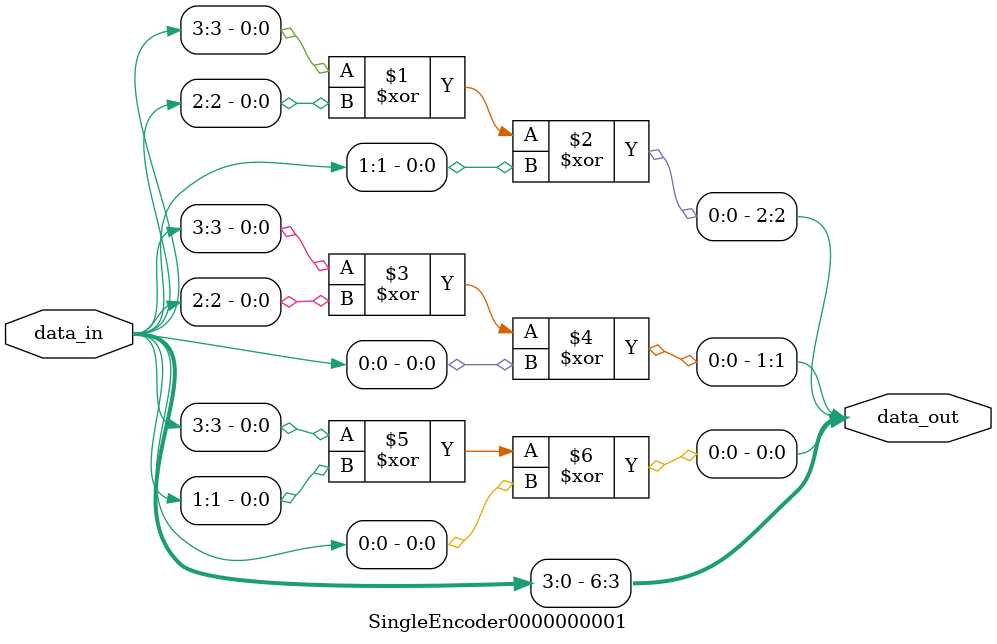
<source format=v>
 module SingleEncoder0000000001 (
     input  [4-1:0] data_in,
     output [7-1:0] data_out
 );
 wire [4-1:0] data_in;
 wire [7-1:0] data_out;
 assign data_out[6] = data_in[3];  // a6
 assign data_out[5] = data_in[2];  // a5
 assign data_out[4] = data_in[1];  // a4
 assign data_out[3] = data_in[0];  // a3
 assign data_out[2] = data_in[3] ^ data_in[2] ^ data_in[1];  // a2
 assign data_out[1] = data_in[3] ^ data_in[2] ^ data_in[0];  // a1
 assign data_out[0] = data_in[3] ^ data_in[1] ^ data_in[0];  // a0
 endmodule

</source>
